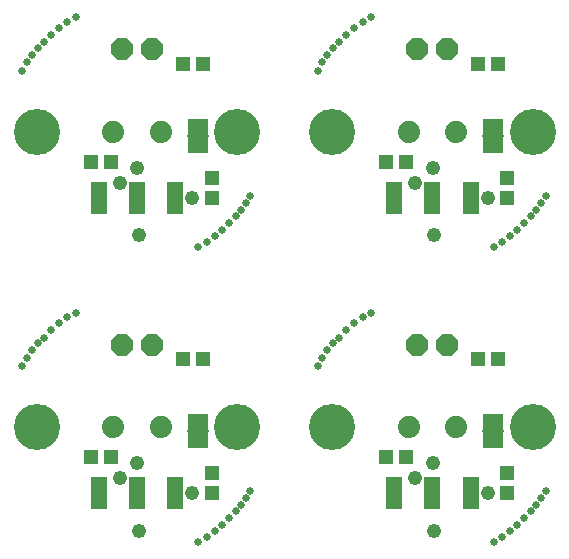
<source format=gts>
G75*
%MOIN*%
%OFA0B0*%
%FSLAX25Y25*%
%IPPOS*%
%LPD*%
%AMOC8*
5,1,8,0,0,1.08239X$1,22.5*
%
%ADD10C,0.15367*%
%ADD11C,0.02572*%
%ADD12R,0.04737X0.05131*%
%ADD13R,0.05800X0.10800*%
%ADD14C,0.07400*%
%ADD15R,0.07100X0.05400*%
%ADD16R,0.07200X0.00600*%
%ADD17OC8,0.07400*%
%ADD18C,0.04762*%
D10*
X0016748Y0050213D03*
X0083677Y0050213D03*
X0115173Y0050213D03*
X0182102Y0050213D03*
X0182102Y0148638D03*
X0115173Y0148638D03*
X0083677Y0148638D03*
X0016748Y0148638D03*
D11*
X0012024Y0169110D03*
X0013598Y0171866D03*
X0015173Y0174228D03*
X0017142Y0176591D03*
X0019110Y0178559D03*
X0021472Y0180921D03*
X0024228Y0183283D03*
X0026984Y0185252D03*
X0029740Y0186827D03*
X0088008Y0127378D03*
X0086433Y0125016D03*
X0084858Y0122654D03*
X0083283Y0120685D03*
X0080921Y0118323D03*
X0078559Y0115961D03*
X0076197Y0113992D03*
X0073441Y0112024D03*
X0070685Y0110449D03*
X0110449Y0070685D03*
X0112024Y0073441D03*
X0113598Y0075803D03*
X0115567Y0078165D03*
X0117535Y0080134D03*
X0119898Y0082496D03*
X0122654Y0084858D03*
X0125409Y0086827D03*
X0128165Y0088402D03*
X0169110Y0110449D03*
X0171866Y0112024D03*
X0174622Y0113992D03*
X0176984Y0115961D03*
X0179346Y0118323D03*
X0181709Y0120685D03*
X0183283Y0122654D03*
X0184858Y0125016D03*
X0186433Y0127378D03*
X0128165Y0186827D03*
X0125409Y0185252D03*
X0122654Y0183283D03*
X0119898Y0180921D03*
X0117535Y0178559D03*
X0115567Y0176591D03*
X0113598Y0174228D03*
X0112024Y0171866D03*
X0110449Y0169110D03*
X0029740Y0088402D03*
X0026984Y0086827D03*
X0024228Y0084858D03*
X0021472Y0082496D03*
X0019110Y0080134D03*
X0017142Y0078165D03*
X0015173Y0075803D03*
X0013598Y0073441D03*
X0012024Y0070685D03*
X0070685Y0012024D03*
X0073441Y0013598D03*
X0076197Y0015567D03*
X0078559Y0017535D03*
X0080921Y0019898D03*
X0083283Y0022260D03*
X0084858Y0024228D03*
X0086433Y0026591D03*
X0088008Y0028953D03*
X0169110Y0012024D03*
X0171866Y0013598D03*
X0174622Y0015567D03*
X0176984Y0017535D03*
X0179346Y0019898D03*
X0181709Y0022260D03*
X0183283Y0024228D03*
X0184858Y0026591D03*
X0186433Y0028953D03*
D12*
X0173631Y0028172D03*
X0173631Y0034865D03*
X0139919Y0040179D03*
X0133226Y0040179D03*
X0163949Y0072971D03*
X0170642Y0072971D03*
X0173631Y0126597D03*
X0173631Y0133290D03*
X0139919Y0138605D03*
X0133226Y0138605D03*
X0163949Y0171396D03*
X0170642Y0171396D03*
X0075206Y0133290D03*
X0075206Y0126597D03*
X0041494Y0138605D03*
X0034801Y0138605D03*
X0065524Y0171396D03*
X0072217Y0171396D03*
X0072217Y0072971D03*
X0065524Y0072971D03*
X0041494Y0040179D03*
X0034801Y0040179D03*
X0075206Y0034865D03*
X0075206Y0028172D03*
D13*
X0037417Y0028165D03*
X0050213Y0028165D03*
X0063008Y0028165D03*
X0135843Y0028165D03*
X0148638Y0028165D03*
X0161433Y0028165D03*
X0161433Y0126591D03*
X0148638Y0126591D03*
X0135843Y0126591D03*
X0063008Y0126591D03*
X0050213Y0126591D03*
X0037417Y0126591D03*
D14*
X0042339Y0148638D03*
X0058087Y0148638D03*
X0140764Y0148638D03*
X0156512Y0148638D03*
X0156512Y0050213D03*
X0140764Y0050213D03*
X0058087Y0050213D03*
X0042339Y0050213D03*
D15*
X0070495Y0051917D03*
X0070495Y0045917D03*
X0168920Y0045917D03*
X0168920Y0051917D03*
X0168920Y0144342D03*
X0168920Y0150342D03*
X0070495Y0150342D03*
X0070495Y0144342D03*
D16*
X0070495Y0147342D03*
X0168920Y0147342D03*
X0168920Y0048917D03*
X0070495Y0048917D03*
D17*
X0055213Y0077772D03*
X0045213Y0077772D03*
X0045213Y0176197D03*
X0055213Y0176197D03*
X0143638Y0176197D03*
X0153638Y0176197D03*
X0153638Y0077772D03*
X0143638Y0077772D03*
D18*
X0149273Y0114221D03*
X0142923Y0131620D03*
X0148765Y0136573D03*
X0167053Y0126667D03*
X0148765Y0038148D03*
X0142923Y0033195D03*
X0149273Y0015796D03*
X0167053Y0028242D03*
X0068628Y0028242D03*
X0050340Y0038148D03*
X0044498Y0033195D03*
X0050848Y0015796D03*
X0050848Y0114221D03*
X0044498Y0131620D03*
X0050340Y0136573D03*
X0068628Y0126667D03*
M02*

</source>
